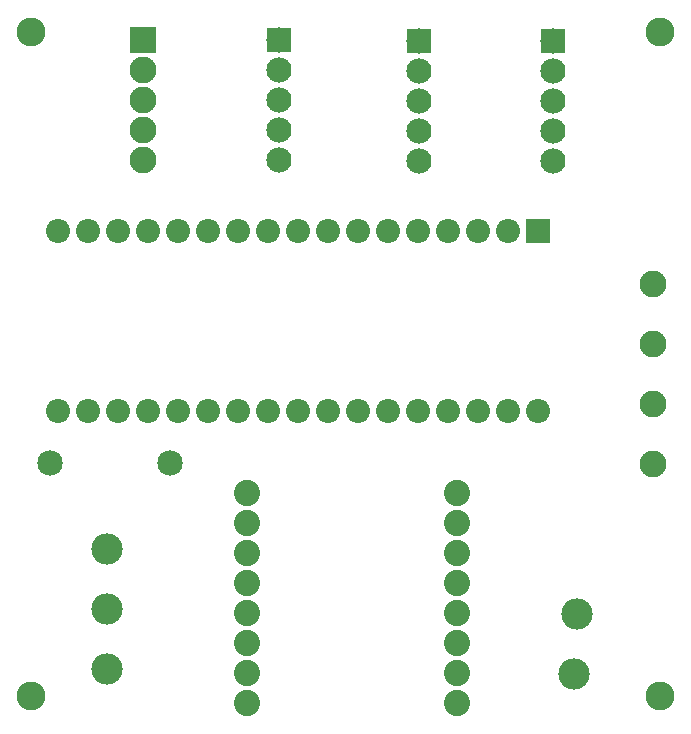
<source format=gts>
G04 MADE WITH FRITZING*
G04 WWW.FRITZING.ORG*
G04 DOUBLE SIDED*
G04 HOLES PLATED*
G04 CONTOUR ON CENTER OF CONTOUR VECTOR*
%ASAXBY*%
%FSLAX23Y23*%
%MOIN*%
%OFA0B0*%
%SFA1.0B1.0*%
%ADD10C,0.104488*%
%ADD11C,0.085000*%
%ADD12C,0.096614*%
%ADD13C,0.087701*%
%ADD14C,0.080555*%
%ADD15C,0.080583*%
%ADD16C,0.089370*%
%ADD17C,0.084000*%
%ADD18R,0.080542X0.080570*%
%ADD19R,0.089370X0.089370*%
%ADD20R,0.084000X0.084000*%
%LNMASK1*%
G90*
G70*
G54D10*
X371Y623D03*
X371Y423D03*
X371Y223D03*
G54D11*
X181Y911D03*
X581Y911D03*
G54D12*
X2214Y132D03*
X2213Y2348D03*
X116Y2346D03*
X116Y132D03*
G54D13*
X835Y809D03*
X835Y709D03*
X835Y609D03*
X835Y509D03*
X835Y409D03*
X835Y309D03*
X835Y209D03*
X835Y109D03*
X1535Y809D03*
X1535Y709D03*
X1535Y609D03*
X1535Y509D03*
X1535Y409D03*
X1535Y309D03*
X1535Y209D03*
X1535Y109D03*
G54D14*
X1805Y1682D03*
X1705Y1682D03*
X1605Y1682D03*
X1505Y1682D03*
X1405Y1682D03*
X1305Y1682D03*
X1205Y1682D03*
X1105Y1682D03*
X1005Y1682D03*
G54D15*
X905Y1682D03*
X805Y1682D03*
X705Y1682D03*
G54D14*
X605Y1682D03*
X505Y1682D03*
G54D15*
X405Y1682D03*
X305Y1682D03*
X205Y1682D03*
G54D14*
X1805Y1082D03*
X1705Y1082D03*
X1605Y1082D03*
X1505Y1082D03*
X1405Y1082D03*
X1305Y1082D03*
X1005Y1082D03*
G54D15*
X905Y1082D03*
G54D14*
X1105Y1082D03*
X1205Y1082D03*
G54D15*
X805Y1082D03*
X705Y1082D03*
G54D14*
X605Y1082D03*
X505Y1082D03*
G54D15*
X405Y1082D03*
X305Y1082D03*
X205Y1082D03*
G54D16*
X491Y2320D03*
X491Y2220D03*
X491Y2120D03*
X491Y2020D03*
X491Y1920D03*
G54D17*
X944Y2319D03*
X944Y2219D03*
X944Y2119D03*
X944Y2019D03*
X944Y1919D03*
X1410Y2316D03*
X1410Y2216D03*
X1410Y2116D03*
X1410Y2016D03*
X1410Y1916D03*
X1855Y2318D03*
X1855Y2218D03*
X1855Y2118D03*
X1855Y2018D03*
X1855Y1918D03*
G54D10*
X1936Y407D03*
X1926Y207D03*
G54D16*
X2191Y1507D03*
X2191Y1307D03*
X2191Y1107D03*
X2191Y907D03*
G54D18*
X1805Y1682D03*
G54D19*
X491Y2320D03*
G54D20*
X944Y2319D03*
X1410Y2316D03*
X1855Y2318D03*
G04 End of Mask1*
M02*
</source>
